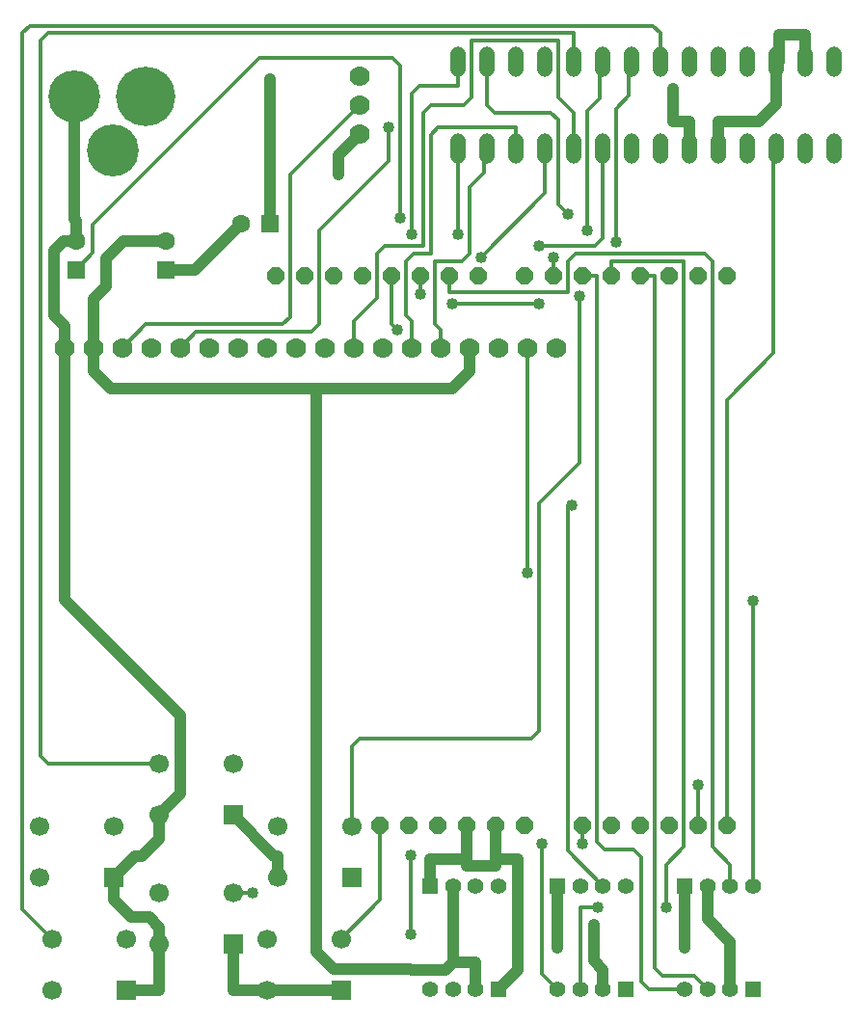
<source format=gbr>
G04 DipTrace 3.3.1.3*
G04 Bottom.gbr*
%MOIN*%
G04 #@! TF.FileFunction,Copper,L2,Bot*
G04 #@! TF.Part,Single*
%AMOUTLINE0*
4,1,20,
-0.02608,0.026058,
-0.024514,0.034979,
-0.019993,0.042827,
-0.013059,0.048655,
-0.004551,0.05176,
0.004507,0.051768,
0.01302,0.048677,
0.019963,0.042861,
0.0245,0.035021,
0.02608,0.026102,
0.02608,-0.026058,
0.024514,-0.034979,
0.019993,-0.042827,
0.013059,-0.048655,
0.004551,-0.05176,
-0.004507,-0.051768,
-0.01302,-0.048677,
-0.019963,-0.042861,
-0.0245,-0.035021,
-0.02608,-0.026102,
-0.02608,0.026058,
0*%
%AMOUTLINE3*
4,1,8,
0.030488,-0.012629,
0.012629,-0.030488,
-0.012629,-0.030488,
-0.030488,-0.012629,
-0.030488,0.012629,
-0.012629,0.030488,
0.012629,0.030488,
0.030488,0.012629,
0.030488,-0.012629,
0*%
G04 #@! TA.AperFunction,Conductor*
%ADD13C,0.012992*%
G04 #@! TA.AperFunction,ViaPad*
%ADD14C,0.04*%
G04 #@! TA.AperFunction,ComponentPad*
%ADD16R,0.055118X0.055118*%
%ADD17C,0.055118*%
%ADD18R,0.062992X0.062992*%
%ADD19C,0.062992*%
%ADD20C,0.062992*%
%ADD25C,0.07*%
%ADD26R,0.066929X0.066929*%
%ADD27C,0.066929*%
%ADD29C,0.205354*%
%ADD30C,0.179685*%
%ADD65OUTLINE0*%
%ADD68OUTLINE3*%
%FSLAX26Y26*%
G04*
G70*
G90*
G75*
G01*
G04 Bottom*
%LPD*%
X2337480Y485432D2*
D13*
X2283322Y539590D1*
Y989212D1*
X2423700D2*
Y1053700D1*
X1830562Y949724D2*
Y676625D1*
X2713165Y768704D2*
Y917224D1*
X2773676Y977735D1*
Y3003676D1*
X2523700D1*
Y2953700D1*
X2476220Y768704D2*
X2416220D1*
Y485432D1*
X1785259Y2765669D2*
X1763700Y2787228D1*
Y2953700D1*
X2494960Y843700D2*
X2373724Y964936D1*
Y2159113D1*
X2388503D1*
X2856220Y485432D2*
X2809172Y532480D1*
X2699660D1*
X2673676Y558464D1*
Y2953700D1*
X2623700D1*
X2777480Y485432D2*
X2653743D1*
X2627759Y511416D1*
Y942507D1*
X2601774Y968492D1*
X2499660D1*
X2473676Y994476D1*
Y2953700D1*
X2423700D1*
X2934960Y843700D2*
Y916451D1*
X2873676Y977735D1*
Y3003677D1*
X2847692Y3029661D1*
X2399661D1*
X2373676Y3003676D1*
Y2896613D1*
X1963700D1*
Y2953700D1*
X1863700Y2890216D2*
Y2953700D1*
X3013165Y1827842D2*
X3013700Y843700D1*
X667637Y3573700D2*
D14*
Y3149688D1*
X673700Y3143625D1*
Y3072125D1*
X2893700Y3393700D2*
Y3485468D1*
X3033700D1*
X3093700Y3545468D1*
Y3693700D1*
X1243700Y3133700D2*
X1083700Y2973700D1*
X983700D1*
X1370629Y873700D2*
Y947169D1*
X1357160D1*
X1216535Y1087794D1*
Y643700D2*
Y483700D1*
X1333464D1*
X1897480Y843700D2*
Y937247D1*
X2023700D1*
Y1053700D1*
X2123700D2*
Y937247D1*
X2201263D1*
Y843700D1*
X2777480Y628700D2*
Y843700D1*
X1578700Y3301932D2*
Y3368700D1*
X1653700Y3443700D1*
X2023700Y937247D2*
Y911263D1*
X2123700D1*
Y937247D1*
X2337480Y843700D2*
Y628700D1*
X960629Y643700D2*
Y483700D1*
X846535D1*
X803700Y873700D2*
Y794334D1*
X863700Y734334D1*
X927164D1*
X960629Y700869D1*
Y643700D1*
Y1087794D2*
Y1007169D1*
X900629Y947169D1*
X877169D1*
X803700Y873700D1*
X634015Y2704172D2*
Y1831091D1*
X1034094Y1431012D1*
Y1161259D1*
X960629Y1087794D1*
X673700Y3072125D2*
X629289D1*
X597794Y3040630D1*
Y2815393D1*
X634015Y2779172D1*
Y2704172D1*
X3093700Y3693700D2*
X3102463D1*
Y3785468D1*
X3193700D1*
Y3693700D1*
X1333464Y483700D2*
X1444098D1*
X1589369D1*
X2201263Y843700D2*
Y552995D1*
X2133700Y485432D1*
X590629Y660865D2*
D13*
X487830Y763664D1*
Y3790940D1*
X513814Y3816924D1*
X2667693D1*
X2693700Y3790917D1*
Y3693700D1*
X2539271Y3069149D2*
Y3530570D1*
X2584937Y3576236D1*
Y3693700D1*
X2593700D1*
X1626535Y1050865D2*
Y1327130D1*
X1652520Y1353115D1*
X2247519D1*
X2273503Y1379099D1*
Y2166089D1*
X2413165Y2305751D1*
Y2883109D1*
X2439271Y3108637D2*
Y3521656D1*
X2484937Y3567322D1*
Y3693700D1*
X2493700D1*
X1216535Y820865D2*
X1282991D1*
X960629Y1264960D2*
X577282D1*
X551298Y1290944D1*
Y3764955D1*
X577283Y3790940D1*
X2393700D1*
Y3693700D1*
X2373676Y3166377D2*
X2339271Y3200782D1*
Y3490940D1*
X2313287Y3516924D1*
X2119685D1*
X2093700Y3542909D1*
Y3693700D1*
X1833661Y3095133D2*
Y3583468D1*
X1859645Y3609452D1*
X1993700D1*
Y3693700D1*
Y3096157D2*
Y3393700D1*
X1934015Y2704172D2*
Y2765668D1*
X1913676Y2786007D1*
Y3003676D1*
X2007203D1*
X2033188Y3029661D1*
Y3258121D1*
X2084937Y3309870D1*
Y3393700D1*
X2093700D1*
X2193700D2*
Y3464956D1*
X1925117D1*
X1899133Y3438972D1*
Y3029661D1*
X1839661D1*
X1813676Y3003676D1*
Y2815327D1*
X1834015Y2794988D1*
Y2704172D1*
X2072676Y3017180D2*
X2293700Y3238204D1*
Y3393700D1*
X2393700D2*
Y3515692D1*
X2339271Y3570121D1*
Y3764956D1*
X2039271D1*
Y3568893D1*
X2013287Y3542909D1*
X1899134D1*
X1873149Y3516924D1*
Y3055645D1*
X1739660D1*
X1713676Y3029661D1*
Y2876593D1*
X1634015Y2796932D1*
Y2704172D1*
X2273676Y2857125D2*
X1973503D1*
X2273676Y3056669D2*
X2467716D1*
X2493700Y3082653D1*
Y3393700D1*
X1754684Y3464956D2*
Y3349956D1*
X1513676Y3108948D1*
Y2784645D1*
X1487692Y2758661D1*
X1088504D1*
X1034015Y2704172D1*
X2323700Y3017180D2*
Y2953700D1*
X834015Y2704172D2*
X914488Y2784645D1*
X1387692D1*
X1413676Y2810629D1*
Y3303676D1*
X1653700Y3543700D1*
X2234015Y2704172D2*
Y1924672D1*
X1794172Y3152873D2*
Y3679212D1*
X1768188Y3705196D1*
X1306771D1*
X731696Y3130121D1*
Y3031696D1*
X673700Y2973700D1*
X1589369Y660865D2*
X1723700Y795196D1*
Y1053700D1*
X2923700D2*
Y2524011D1*
X3084937Y2685248D1*
Y3393700D1*
X3093700D1*
X2823700Y1193700D2*
Y1053700D1*
X2054960Y485432D2*
D14*
Y578976D1*
X1976221D1*
X1950236Y552991D1*
X1832016D1*
X1827838Y557169D1*
X1564094D1*
X1504094Y617169D1*
Y2561759D1*
X794015D1*
X734015Y2621759D1*
Y2704172D1*
X1504094Y2561759D2*
X1974011D1*
X2034015Y2621763D1*
Y2704172D1*
X2856220Y843700D2*
Y728070D1*
X2934960Y649330D1*
Y485432D1*
X2462720Y708704D2*
Y585231D1*
X2494960Y552991D1*
Y485432D1*
X2738208Y3598464D2*
Y3485468D1*
X2793700D1*
Y3393700D1*
X1343700Y3133700D2*
Y3633700D1*
X1976220Y843700D2*
X1976221Y578976D1*
X734015Y2704172D2*
Y2872708D1*
X778192Y2916885D1*
Y3012126D1*
X838191Y3072125D1*
X983700D1*
X2283322Y989212D3*
X2423700D3*
X1830562Y676625D3*
Y949724D3*
X2713165Y768704D3*
X2476220D3*
X1785259Y2765669D3*
X2388503Y2159113D3*
X3013165Y1827842D3*
X1863700Y2890216D3*
X1578700Y3301932D3*
X2337480Y628700D3*
X2201263Y843700D3*
X2777480Y628700D3*
X2539271Y3069149D3*
X2413165Y2883109D3*
X2439271Y3108637D3*
X1282991Y820865D3*
X2373676Y3166377D3*
X1833661Y3095133D3*
X1993700Y3096157D3*
X2072676Y3017180D3*
X1973503Y2857125D3*
X2273676D3*
Y3056669D3*
X1754684Y3464956D3*
X2323700Y3017180D3*
X2234015Y1924672D3*
X1794172Y3152873D3*
X2823700Y1193700D3*
X2462720Y708704D3*
X2738208Y3598464D3*
X1343700Y3633700D3*
D16*
X2133700Y485432D3*
D17*
X2054960D3*
X1976220D3*
X1897480D3*
D16*
Y843700D3*
D17*
X1976220D3*
X2054960D3*
X2133700D3*
D18*
X1343700Y3133700D3*
D19*
X1243700D3*
D16*
X2573700Y485432D3*
D17*
X2494960D3*
X2416220D3*
X2337480D3*
D16*
Y843700D3*
D17*
X2416220D3*
X2494960D3*
X2573700D3*
D16*
X3013700Y485432D3*
D17*
X2934960D3*
X2856220D3*
X2777480D3*
D16*
Y843700D3*
D17*
X2856220D3*
X2934960D3*
X3013700D3*
D18*
X983700Y2973700D3*
D20*
Y3072125D3*
D18*
X673700Y2973700D3*
D20*
Y3072125D3*
D65*
X1993700Y3393700D3*
X2093700D3*
X2193700D3*
X2293700D3*
X2393700D3*
X2493700D3*
X2593700D3*
X2693700D3*
X2793700D3*
X2893700D3*
X2993700D3*
X3093700D3*
X3193700D3*
X3293700D3*
Y3693700D3*
X3193700D3*
X3093700D3*
X2993700D3*
X2893700D3*
X2793700D3*
X2693700D3*
X2593700D3*
X2493700D3*
X2393700D3*
X2293700D3*
X2193700D3*
X2093700D3*
X1993700D3*
D68*
X2523700Y2953700D3*
X2423700Y1053700D3*
X2623700Y2953700D3*
X2723700D3*
X2823700D3*
X2923700D3*
X2423700D3*
X2323700D3*
X2223700D3*
X2063700D3*
X1963700D3*
X1863700D3*
X1763700D3*
X1663700D3*
X1563700D3*
X1463700D3*
X1363700D3*
X2523700Y1053700D3*
X2623700D3*
X2723700D3*
X2823700D3*
X2923700D3*
X2223700D3*
X2123700D3*
X2023700D3*
X1923700D3*
X1823700D3*
X1723700D3*
D25*
X634015Y2704172D3*
X734015D3*
X834015D3*
X934015D3*
X1034015D3*
X1134015D3*
X1234015D3*
X1334015D3*
X1434015D3*
X1534015D3*
X1634015D3*
X1734015D3*
X1834015D3*
X1934015D3*
X2034015D3*
X2134015D3*
X2234015D3*
X2334015D3*
X1653700Y3543700D3*
Y3443700D3*
Y3643700D3*
D26*
X803700Y873700D3*
D27*
Y1050865D3*
X547794D3*
Y873700D3*
D26*
X1626535D3*
D27*
Y1050865D3*
X1370629D3*
Y873700D3*
D26*
X1216535Y1087794D3*
D27*
Y1264960D3*
X960629D3*
Y1087794D3*
D26*
X1216535Y643700D3*
D27*
Y820865D3*
X960629D3*
Y643700D3*
D26*
X846535Y483700D3*
D27*
Y660865D3*
X590629D3*
Y483700D3*
D29*
X913700Y3573700D3*
D30*
X667637D3*
X801495Y3384724D3*
D26*
X1589369Y483700D3*
D27*
Y660865D3*
X1333464D3*
Y483700D3*
M02*

</source>
